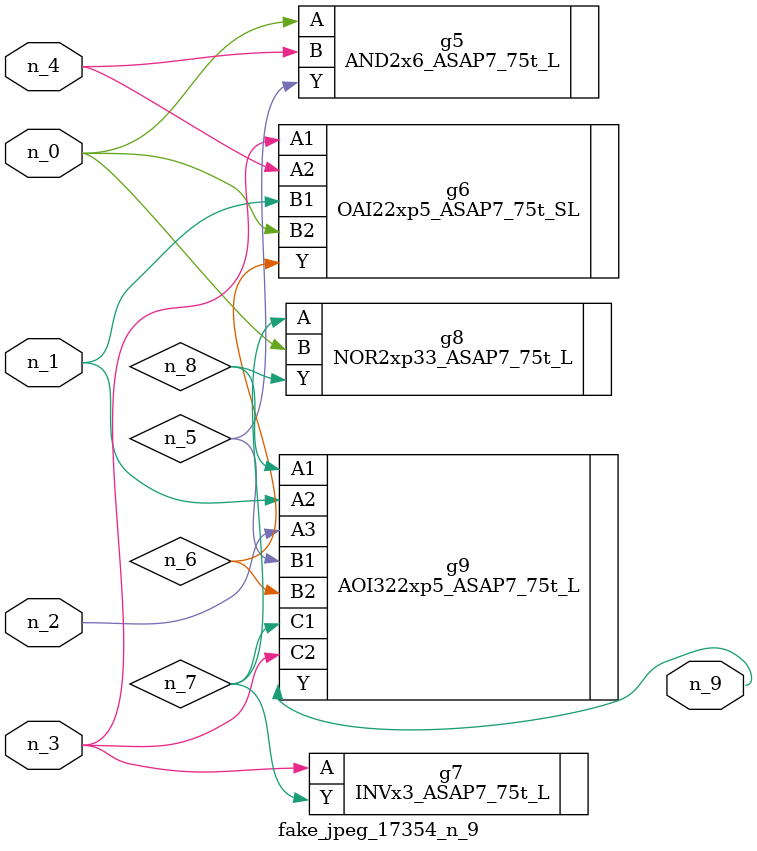
<source format=v>
module fake_jpeg_17354_n_9 (n_3, n_2, n_1, n_0, n_4, n_9);

input n_3;
input n_2;
input n_1;
input n_0;
input n_4;

output n_9;

wire n_8;
wire n_6;
wire n_5;
wire n_7;

AND2x6_ASAP7_75t_L g5 ( 
.A(n_0),
.B(n_4),
.Y(n_5)
);

OAI22xp5_ASAP7_75t_SL g6 ( 
.A1(n_3),
.A2(n_4),
.B1(n_1),
.B2(n_0),
.Y(n_6)
);

INVx3_ASAP7_75t_L g7 ( 
.A(n_3),
.Y(n_7)
);

NOR2xp33_ASAP7_75t_L g8 ( 
.A(n_7),
.B(n_0),
.Y(n_8)
);

AOI322xp5_ASAP7_75t_L g9 ( 
.A1(n_8),
.A2(n_1),
.A3(n_2),
.B1(n_5),
.B2(n_6),
.C1(n_7),
.C2(n_3),
.Y(n_9)
);


endmodule
</source>
